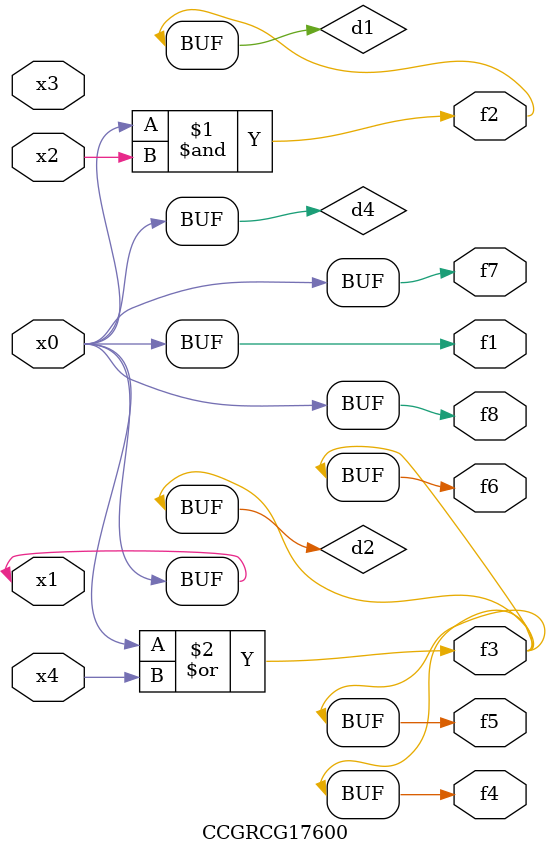
<source format=v>
module CCGRCG17600(
	input x0, x1, x2, x3, x4,
	output f1, f2, f3, f4, f5, f6, f7, f8
);

	wire d1, d2, d3, d4;

	and (d1, x0, x2);
	or (d2, x0, x4);
	nand (d3, x0, x2);
	buf (d4, x0, x1);
	assign f1 = d4;
	assign f2 = d1;
	assign f3 = d2;
	assign f4 = d2;
	assign f5 = d2;
	assign f6 = d2;
	assign f7 = d4;
	assign f8 = d4;
endmodule

</source>
